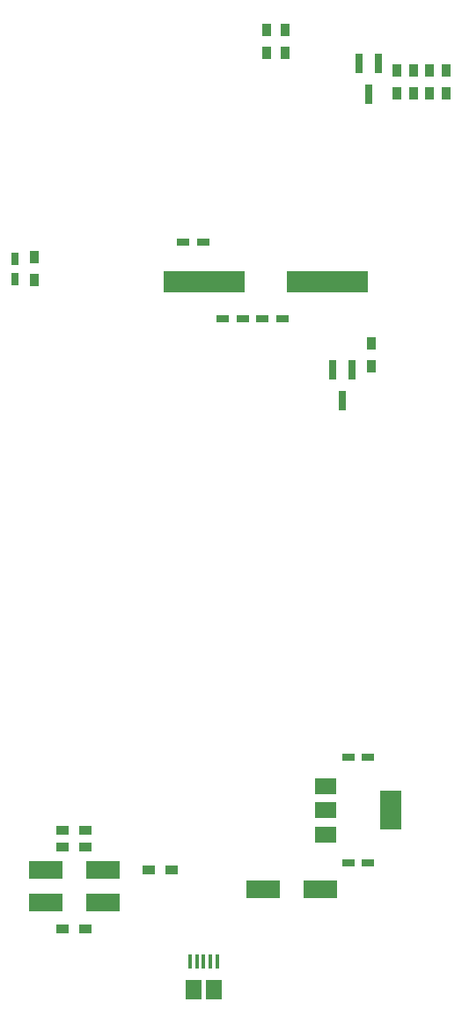
<source format=gtp>
G04 #@! TF.GenerationSoftware,KiCad,Pcbnew,(5.0.0)*
G04 #@! TF.CreationDate,2019-04-09T22:58:22-03:00*
G04 #@! TF.ProjectId,FranzBoy,4672616E7A426F792E6B696361645F70,rev?*
G04 #@! TF.SameCoordinates,Original*
G04 #@! TF.FileFunction,Paste,Top*
G04 #@! TF.FilePolarity,Positive*
%FSLAX46Y46*%
G04 Gerber Fmt 4.6, Leading zero omitted, Abs format (unit mm)*
G04 Created by KiCad (PCBNEW (5.0.0)) date 04/09/19 22:58:22*
%MOMM*%
%LPD*%
G01*
G04 APERTURE LIST*
%ADD10R,0.900000X1.200000*%
%ADD11R,0.750000X1.200000*%
%ADD12R,1.200000X0.750000*%
%ADD13R,7.875000X2.000000*%
%ADD14R,0.800000X1.900000*%
%ADD15R,3.300000X1.700000*%
%ADD16R,1.200000X0.900000*%
%ADD17R,2.000000X1.500000*%
%ADD18R,2.000000X3.800000*%
%ADD19R,1.500000X1.900000*%
%ADD20R,0.400000X1.350000*%
G04 APERTURE END LIST*
D10*
G04 #@! TO.C,R1*
X118745000Y-108120000D03*
X118745000Y-110320000D03*
G04 #@! TD*
D11*
G04 #@! TO.C,C1*
X116840000Y-108270000D03*
X116840000Y-110170000D03*
G04 #@! TD*
D12*
G04 #@! TO.C,C2*
X136845000Y-114046000D03*
X138745000Y-114046000D03*
G04 #@! TD*
G04 #@! TO.C,C3*
X140655000Y-114046000D03*
X142555000Y-114046000D03*
G04 #@! TD*
D13*
G04 #@! TO.C,Y1*
X146907500Y-110490000D03*
X135032500Y-110490000D03*
G04 #@! TD*
D14*
G04 #@! TO.C,Q1*
X148336000Y-121896000D03*
X147386000Y-118896000D03*
X149286000Y-118896000D03*
G04 #@! TD*
D12*
G04 #@! TO.C,C4*
X134935000Y-106680000D03*
X133035000Y-106680000D03*
G04 #@! TD*
D10*
G04 #@! TO.C,R2*
X142875000Y-88476000D03*
X142875000Y-86276000D03*
G04 #@! TD*
G04 #@! TO.C,R3*
X141097000Y-86276000D03*
X141097000Y-88476000D03*
G04 #@! TD*
D12*
G04 #@! TO.C,C5*
X150810000Y-166370000D03*
X148910000Y-166370000D03*
G04 #@! TD*
G04 #@! TO.C,C6*
X148910000Y-156210000D03*
X150810000Y-156210000D03*
G04 #@! TD*
D10*
G04 #@! TO.C,D1*
X155194000Y-90140882D03*
X155194000Y-92340882D03*
G04 #@! TD*
G04 #@! TO.C,R4*
X156718000Y-92340882D03*
X156718000Y-90140882D03*
G04 #@! TD*
D15*
G04 #@! TO.C,D2*
X125305000Y-167005000D03*
X119805000Y-167005000D03*
G04 #@! TD*
G04 #@! TO.C,D3*
X125305000Y-170180000D03*
X119805000Y-170180000D03*
G04 #@! TD*
D16*
G04 #@! TO.C,R5*
X131910000Y-167005000D03*
X129710000Y-167005000D03*
G04 #@! TD*
G04 #@! TO.C,R6*
X121455000Y-172720000D03*
X123655000Y-172720000D03*
G04 #@! TD*
G04 #@! TO.C,R7*
X121455000Y-163195000D03*
X123655000Y-163195000D03*
G04 #@! TD*
G04 #@! TO.C,R8*
X123655000Y-164846000D03*
X121455000Y-164846000D03*
G04 #@! TD*
D15*
G04 #@! TO.C,D4*
X140760000Y-168910000D03*
X146260000Y-168910000D03*
G04 #@! TD*
D17*
G04 #@! TO.C,U2*
X146710000Y-158990000D03*
X146710000Y-163590000D03*
X146710000Y-161290000D03*
D18*
X153010000Y-161290000D03*
G04 #@! TD*
D14*
G04 #@! TO.C,Q2*
X150876000Y-92432000D03*
X149926000Y-89432000D03*
X151826000Y-89432000D03*
G04 #@! TD*
D10*
G04 #@! TO.C,R9*
X151130000Y-116375000D03*
X151130000Y-118575000D03*
G04 #@! TD*
G04 #@! TO.C,R10*
X153574000Y-92340882D03*
X153574000Y-90140882D03*
G04 #@! TD*
G04 #@! TO.C,R11*
X158369000Y-90170000D03*
X158369000Y-92370000D03*
G04 #@! TD*
D19*
G04 #@! TO.C,J4*
X134001000Y-178529500D03*
D20*
X135001000Y-175829500D03*
X135651000Y-175829500D03*
X136301000Y-175829500D03*
X133701000Y-175829500D03*
X134351000Y-175829500D03*
D19*
X136001000Y-178529500D03*
G04 #@! TD*
M02*

</source>
